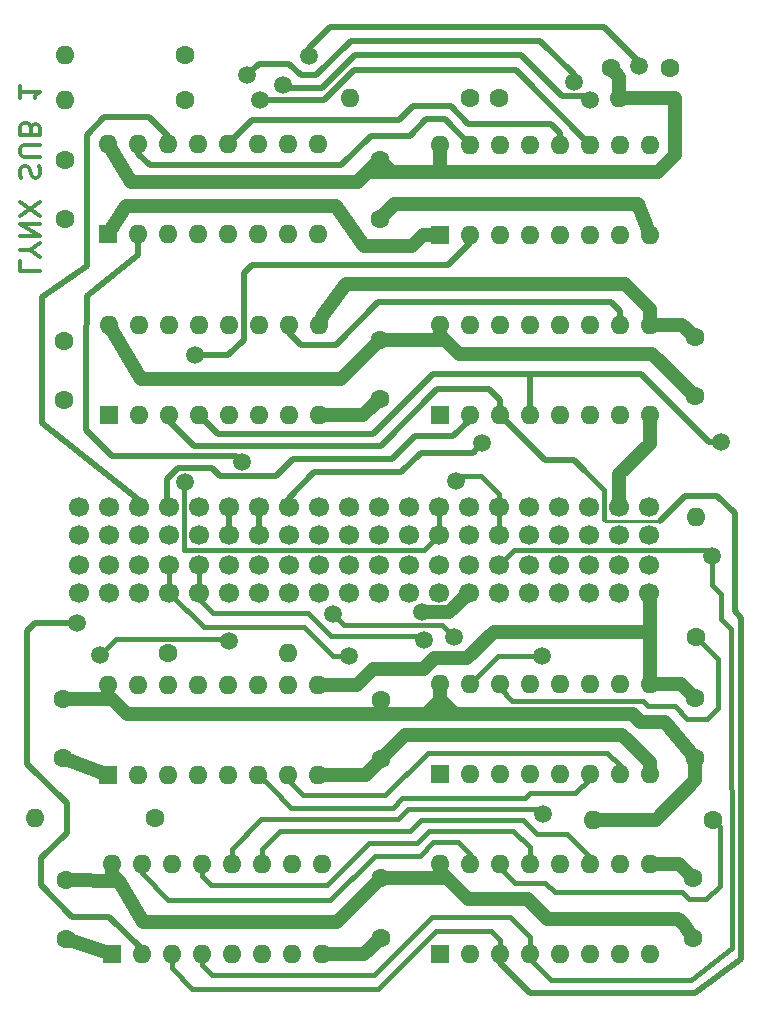
<source format=gbr>
%TF.GenerationSoftware,KiCad,Pcbnew,7.0.7*%
%TF.CreationDate,2023-11-27T02:20:36+00:00*%
%TF.ProjectId,Lynx-MK1-MEM,4c796e78-2d4d-44b3-912d-4d454d2e6b69,rev?*%
%TF.SameCoordinates,Original*%
%TF.FileFunction,Copper,L2,Bot*%
%TF.FilePolarity,Positive*%
%FSLAX46Y46*%
G04 Gerber Fmt 4.6, Leading zero omitted, Abs format (unit mm)*
G04 Created by KiCad (PCBNEW 7.0.7) date 2023-11-27 02:20:36*
%MOMM*%
%LPD*%
G01*
G04 APERTURE LIST*
%ADD10C,0.340000*%
%TA.AperFunction,NonConductor*%
%ADD11C,0.340000*%
%TD*%
%TA.AperFunction,ComponentPad*%
%ADD12R,1.600000X1.600000*%
%TD*%
%TA.AperFunction,ComponentPad*%
%ADD13O,1.600000X1.600000*%
%TD*%
%TA.AperFunction,ComponentPad*%
%ADD14C,1.600000*%
%TD*%
%TA.AperFunction,ComponentPad*%
%ADD15C,1.700000*%
%TD*%
%TA.AperFunction,ViaPad*%
%ADD16C,1.500000*%
%TD*%
%TA.AperFunction,Conductor*%
%ADD17C,1.200000*%
%TD*%
%TA.AperFunction,Conductor*%
%ADD18C,0.500000*%
%TD*%
%TA.AperFunction,Conductor*%
%ADD19C,0.400000*%
%TD*%
%TA.AperFunction,Conductor*%
%ADD20C,0.250000*%
%TD*%
G04 APERTURE END LIST*
D10*
D11*
X76115726Y-80880601D02*
X76115726Y-81737744D01*
X76115726Y-81737744D02*
X77815726Y-81737744D01*
X76925250Y-79937744D02*
X76115726Y-79937744D01*
X77815726Y-80537744D02*
X76925250Y-79937744D01*
X76925250Y-79937744D02*
X77815726Y-79337744D01*
X76115726Y-78737744D02*
X77815726Y-78737744D01*
X77815726Y-78737744D02*
X76115726Y-77709173D01*
X76115726Y-77709173D02*
X77815726Y-77709173D01*
X77815726Y-77023459D02*
X76115726Y-75823459D01*
X77815726Y-75823459D02*
X76115726Y-77023459D01*
X76196679Y-73852029D02*
X76115726Y-73594887D01*
X76115726Y-73594887D02*
X76115726Y-73166315D01*
X76115726Y-73166315D02*
X76196679Y-72994887D01*
X76196679Y-72994887D02*
X76277631Y-72909172D01*
X76277631Y-72909172D02*
X76439536Y-72823458D01*
X76439536Y-72823458D02*
X76601440Y-72823458D01*
X76601440Y-72823458D02*
X76763345Y-72909172D01*
X76763345Y-72909172D02*
X76844298Y-72994887D01*
X76844298Y-72994887D02*
X76925250Y-73166315D01*
X76925250Y-73166315D02*
X77006202Y-73509172D01*
X77006202Y-73509172D02*
X77087155Y-73680601D01*
X77087155Y-73680601D02*
X77168107Y-73766315D01*
X77168107Y-73766315D02*
X77330012Y-73852029D01*
X77330012Y-73852029D02*
X77491917Y-73852029D01*
X77491917Y-73852029D02*
X77653821Y-73766315D01*
X77653821Y-73766315D02*
X77734774Y-73680601D01*
X77734774Y-73680601D02*
X77815726Y-73509172D01*
X77815726Y-73509172D02*
X77815726Y-73080601D01*
X77815726Y-73080601D02*
X77734774Y-72823458D01*
X77815726Y-72052029D02*
X76439536Y-72052029D01*
X76439536Y-72052029D02*
X76277631Y-71966315D01*
X76277631Y-71966315D02*
X76196679Y-71880601D01*
X76196679Y-71880601D02*
X76115726Y-71709172D01*
X76115726Y-71709172D02*
X76115726Y-71366315D01*
X76115726Y-71366315D02*
X76196679Y-71194886D01*
X76196679Y-71194886D02*
X76277631Y-71109172D01*
X76277631Y-71109172D02*
X76439536Y-71023458D01*
X76439536Y-71023458D02*
X77815726Y-71023458D01*
X77006202Y-69566315D02*
X76925250Y-69309172D01*
X76925250Y-69309172D02*
X76844298Y-69223458D01*
X76844298Y-69223458D02*
X76682393Y-69137744D01*
X76682393Y-69137744D02*
X76439536Y-69137744D01*
X76439536Y-69137744D02*
X76277631Y-69223458D01*
X76277631Y-69223458D02*
X76196679Y-69309172D01*
X76196679Y-69309172D02*
X76115726Y-69480601D01*
X76115726Y-69480601D02*
X76115726Y-70166315D01*
X76115726Y-70166315D02*
X77815726Y-70166315D01*
X77815726Y-70166315D02*
X77815726Y-69566315D01*
X77815726Y-69566315D02*
X77734774Y-69394887D01*
X77734774Y-69394887D02*
X77653821Y-69309172D01*
X77653821Y-69309172D02*
X77491917Y-69223458D01*
X77491917Y-69223458D02*
X77330012Y-69223458D01*
X77330012Y-69223458D02*
X77168107Y-69309172D01*
X77168107Y-69309172D02*
X77087155Y-69394887D01*
X77087155Y-69394887D02*
X77006202Y-69566315D01*
X77006202Y-69566315D02*
X77006202Y-70166315D01*
X76115726Y-66052029D02*
X76115726Y-67080600D01*
X76115726Y-66566315D02*
X77815726Y-66566315D01*
X77815726Y-66566315D02*
X77572869Y-66737743D01*
X77572869Y-66737743D02*
X77410964Y-66909172D01*
X77410964Y-66909172D02*
X77330012Y-67080600D01*
D12*
%TO.P,IC1,1,VBB*%
%TO.N,-5V*%
X83560000Y-78580000D03*
D13*
%TO.P,IC1,2,Din*%
%TO.N,/DI6*%
X86100000Y-78580000D03*
%TO.P,IC1,3,~{WRITE}*%
%TO.N,~{WR}*%
X88640000Y-78580000D03*
%TO.P,IC1,4,~{RAS}*%
%TO.N,~{RAS}*%
X91180000Y-78580000D03*
%TO.P,IC1,5,A0*%
%TO.N,/A5*%
X93720000Y-78580000D03*
%TO.P,IC1,6,A2*%
%TO.N,/A2*%
X96260000Y-78580000D03*
%TO.P,IC1,7,A1*%
%TO.N,/A0*%
X98800000Y-78580000D03*
%TO.P,IC1,8,VCC*%
%TO.N,+12V*%
X101340000Y-78580000D03*
%TO.P,IC1,9,A7*%
%TO.N,+5V*%
X101340000Y-70960000D03*
%TO.P,IC1,10,A5*%
%TO.N,/A1*%
X98800000Y-70960000D03*
%TO.P,IC1,11,A4*%
%TO.N,/A4*%
X96260000Y-70960000D03*
%TO.P,IC1,12,A3*%
%TO.N,/A3*%
X93720000Y-70960000D03*
%TO.P,IC1,13,A6*%
%TO.N,/A6*%
X91180000Y-70960000D03*
%TO.P,IC1,14,Dout*%
%TO.N,/DO6*%
X88640000Y-70960000D03*
%TO.P,IC1,15,~{CAS}*%
%TO.N,~{CAS}*%
X86100000Y-70960000D03*
%TO.P,IC1,16,GND*%
%TO.N,GND*%
X83560000Y-70960000D03*
%TD*%
D14*
%TO.P,C6,1*%
%TO.N,+12V*%
X106680000Y-123023000D03*
%TO.P,C6,2*%
%TO.N,GND*%
X106680000Y-118023000D03*
%TD*%
D15*
%TO.P,PL4,1,Pin_1*%
%TO.N,/DO0*%
X81090000Y-108950000D03*
X81090000Y-106570000D03*
%TO.P,PL4,2,Pin_2*%
%TO.N,/DI0*%
X81090000Y-104030000D03*
X81090000Y-101650000D03*
%TO.P,PL4,3,Pin_3*%
%TO.N,/DO5*%
X83630000Y-108950000D03*
X83630000Y-106570000D03*
%TO.P,PL4,4,Pin_4*%
%TO.N,unconnected-(PL4-Pin_4-Pad4)*%
X83630000Y-104030000D03*
X83630000Y-101650000D03*
%TO.P,PL4,5,Pin_5*%
%TO.N,/DO7*%
X86170000Y-108950000D03*
X86170000Y-106570000D03*
%TO.P,PL4,6,Pin_6*%
%TO.N,/DO6*%
X86170000Y-104030000D03*
X86170000Y-101650000D03*
%TO.P,PL4,7,Pin_7*%
%TO.N,/DI2*%
X88710000Y-108950000D03*
X88710000Y-106570000D03*
%TO.P,PL4,8,Pin_8*%
%TO.N,/DI1*%
X88710000Y-104030000D03*
X88710000Y-101650000D03*
%TO.P,PL4,9,Pin_9*%
%TO.N,/DI4*%
X91250000Y-108950000D03*
X91250000Y-106570000D03*
%TO.P,PL4,10,Pin_10*%
%TO.N,/DI3*%
X91250000Y-104030000D03*
X91250000Y-101650000D03*
%TO.P,PL4,11,Pin_11*%
%TO.N,/DI5*%
X93790000Y-108950000D03*
X93790000Y-106570000D03*
%TO.P,PL4,12,Pin_12*%
%TO.N,/DI6*%
X93790000Y-104030000D03*
X93790000Y-101650000D03*
%TO.P,PL4,13,Pin_13*%
%TO.N,unconnected-(PL4-Pin_13-Pad13)*%
X96330000Y-108950000D03*
X96330000Y-106570000D03*
%TO.P,PL4,14,Pin_14*%
%TO.N,/DI7*%
X96330000Y-104030000D03*
X96330000Y-101650000D03*
%TO.P,PL4,15,Pin_15*%
%TO.N,unconnected-(PL4-Pin_15-Pad15)*%
X98870000Y-108950000D03*
X98870000Y-106570000D03*
%TO.P,PL4,16,Pin_16*%
%TO.N,/DO1*%
X98870000Y-104030000D03*
X98870000Y-101650000D03*
%TO.P,PL4,17,Pin_17*%
%TO.N,/DO3*%
X101410000Y-108950000D03*
X101410000Y-106570000D03*
%TO.P,PL4,18,Pin_18*%
%TO.N,/DO4*%
X101410000Y-104030000D03*
X101410000Y-101650000D03*
%TO.P,PL4,19,Pin_19*%
%TO.N,unconnected-(PL4-Pin_19-Pad19)*%
X103950000Y-108950000D03*
X103950000Y-106570000D03*
%TO.P,PL4,20,Pin_20*%
%TO.N,unconnected-(PL4-Pin_20-Pad20)*%
X103950000Y-104030000D03*
X103950000Y-101650000D03*
%TO.P,PL4,21,Pin_21*%
%TO.N,unconnected-(PL4-Pin_21-Pad21)*%
X106490000Y-108950000D03*
X106490000Y-106570000D03*
%TO.P,PL4,22,Pin_22*%
%TO.N,unconnected-(PL4-Pin_22-Pad22)*%
X106490000Y-104030000D03*
X106490000Y-101650000D03*
%TO.P,PL4,23,Pin_23*%
%TO.N,GND*%
X109030000Y-108950000D03*
X109030000Y-106570000D03*
%TO.P,PL4,24,Pin_24*%
X109030000Y-104030000D03*
X109030000Y-101650000D03*
%TO.P,PL4,25,Pin_25*%
%TO.N,/DO2*%
X111570000Y-108950000D03*
X111570000Y-106570000D03*
%TO.P,PL4,26,Pin_26*%
%TO.N,~{WR}*%
X111570000Y-104030000D03*
X111570000Y-101650000D03*
%TO.P,PL4,27,Pin_27*%
%TO.N,-5V*%
X114110000Y-108950000D03*
X114110000Y-106570000D03*
%TO.P,PL4,28,Pin_28*%
%TO.N,/A6*%
X114110000Y-104030000D03*
X114110000Y-101650000D03*
%TO.P,PL4,29,Pin_29*%
%TO.N,~{RAS}*%
X116650000Y-108950000D03*
X116650000Y-106570000D03*
%TO.P,PL4,30,Pin_30*%
%TO.N,~{CAS}*%
X116650000Y-104030000D03*
X116650000Y-101650000D03*
%TO.P,PL4,31,Pin_31*%
%TO.N,/A3*%
X119190000Y-108950000D03*
X119190000Y-106570000D03*
%TO.P,PL4,32,Pin_32*%
%TO.N,/A5*%
X119190000Y-104030000D03*
X119190000Y-101650000D03*
%TO.P,PL4,33,Pin_33*%
%TO.N,/A4*%
X121730000Y-108950000D03*
X121730000Y-106570000D03*
%TO.P,PL4,34,Pin_34*%
%TO.N,/A2*%
X121730000Y-104030000D03*
X121730000Y-101650000D03*
%TO.P,PL4,35,Pin_35*%
%TO.N,/A1*%
X124270000Y-108950000D03*
X124270000Y-106570000D03*
%TO.P,PL4,36,Pin_36*%
%TO.N,/A0*%
X124270000Y-104030000D03*
X124270000Y-101650000D03*
%TO.P,PL4,37,Pin_37*%
%TO.N,+12V*%
X126810000Y-108950000D03*
X126810000Y-106570000D03*
%TO.P,PL4,38,Pin_38*%
X126810000Y-104030000D03*
X126810000Y-101650000D03*
%TO.P,PL4,39,Pin_39*%
%TO.N,+5V*%
X129350000Y-108950000D03*
X129350000Y-106570000D03*
%TO.P,PL4,40,Pin_40*%
X129350000Y-104030000D03*
X129350000Y-101650000D03*
%TD*%
D14*
%TO.P,C7,1*%
%TO.N,+12V*%
X106553000Y-92543000D03*
%TO.P,C7,2*%
%TO.N,GND*%
X106553000Y-87543000D03*
%TD*%
%TO.P,C1,1*%
%TO.N,-5V*%
X80010000Y-138263000D03*
%TO.P,C1,2*%
%TO.N,GND*%
X80010000Y-133263000D03*
%TD*%
D12*
%TO.P,IC2,1,VBB*%
%TO.N,-5V*%
X111668425Y-78613000D03*
D13*
%TO.P,IC2,2,Din*%
%TO.N,/DI3*%
X114208425Y-78613000D03*
%TO.P,IC2,3,~{WRITE}*%
%TO.N,~{WR}*%
X116748425Y-78613000D03*
%TO.P,IC2,4,~{RAS}*%
%TO.N,~{RAS}*%
X119288425Y-78613000D03*
%TO.P,IC2,5,A0*%
%TO.N,/A5*%
X121828425Y-78613000D03*
%TO.P,IC2,6,A2*%
%TO.N,/A2*%
X124368425Y-78613000D03*
%TO.P,IC2,7,A1*%
%TO.N,/A0*%
X126908425Y-78613000D03*
%TO.P,IC2,8,VCC*%
%TO.N,+12V*%
X129448425Y-78613000D03*
%TO.P,IC2,9,A7*%
%TO.N,+5V*%
X129448425Y-70993000D03*
%TO.P,IC2,10,A5*%
%TO.N,/A1*%
X126908425Y-70993000D03*
%TO.P,IC2,11,A4*%
%TO.N,/A4*%
X124368425Y-70993000D03*
%TO.P,IC2,12,A3*%
%TO.N,/A3*%
X121828425Y-70993000D03*
%TO.P,IC2,13,A6*%
%TO.N,/A6*%
X119288425Y-70993000D03*
%TO.P,IC2,14,Dout*%
%TO.N,/DO3*%
X116748425Y-70993000D03*
%TO.P,IC2,15,~{CAS}*%
%TO.N,~{CAS}*%
X114208425Y-70993000D03*
%TO.P,IC2,16,GND*%
%TO.N,GND*%
X111668425Y-70993000D03*
%TD*%
D14*
%TO.P,R6,1*%
%TO.N,/DO5*%
X88650000Y-114050000D03*
D13*
%TO.P,R6,2*%
%TO.N,GND*%
X98810000Y-114050000D03*
%TD*%
D14*
%TO.P,C9,1*%
%TO.N,+5V*%
X133096000Y-133136000D03*
%TO.P,C9,2*%
%TO.N,GND*%
X133096000Y-138136000D03*
%TD*%
%TO.P,R8,1*%
%TO.N,/DO2*%
X134767000Y-128143000D03*
D13*
%TO.P,R8,2*%
%TO.N,GND*%
X124607000Y-128143000D03*
%TD*%
D14*
%TO.P,C11,1*%
%TO.N,+5V*%
X133223000Y-87289000D03*
%TO.P,C11,2*%
%TO.N,GND*%
X133223000Y-92289000D03*
%TD*%
D12*
%TO.P,IC5,1,VBB*%
%TO.N,-5V*%
X83566000Y-124333000D03*
D13*
%TO.P,IC5,2,Din*%
%TO.N,/DI5*%
X86106000Y-124333000D03*
%TO.P,IC5,3,~{WRITE}*%
%TO.N,~{WR}*%
X88646000Y-124333000D03*
%TO.P,IC5,4,~{RAS}*%
%TO.N,~{RAS}*%
X91186000Y-124333000D03*
%TO.P,IC5,5,A0*%
%TO.N,/A5*%
X93726000Y-124333000D03*
%TO.P,IC5,6,A2*%
%TO.N,/A2*%
X96266000Y-124333000D03*
%TO.P,IC5,7,A1*%
%TO.N,/A0*%
X98806000Y-124333000D03*
%TO.P,IC5,8,VCC*%
%TO.N,+12V*%
X101346000Y-124333000D03*
%TO.P,IC5,9,A7*%
%TO.N,+5V*%
X101346000Y-116713000D03*
%TO.P,IC5,10,A5*%
%TO.N,/A1*%
X98806000Y-116713000D03*
%TO.P,IC5,11,A4*%
%TO.N,/A4*%
X96266000Y-116713000D03*
%TO.P,IC5,12,A3*%
%TO.N,/A3*%
X93726000Y-116713000D03*
%TO.P,IC5,13,A6*%
%TO.N,/A6*%
X91186000Y-116713000D03*
%TO.P,IC5,14,Dout*%
%TO.N,/DO5*%
X88646000Y-116713000D03*
%TO.P,IC5,15,~{CAS}*%
%TO.N,~{CAS}*%
X86106000Y-116713000D03*
%TO.P,IC5,16,GND*%
%TO.N,GND*%
X83566000Y-116713000D03*
%TD*%
D14*
%TO.P,C8,1*%
%TO.N,+12V*%
X106553000Y-77303000D03*
%TO.P,C8,2*%
%TO.N,GND*%
X106553000Y-72303000D03*
%TD*%
%TO.P,R1,1*%
%TO.N,/DO6*%
X90063000Y-63373000D03*
D13*
%TO.P,R1,2*%
%TO.N,GND*%
X79903000Y-63373000D03*
%TD*%
D14*
%TO.P,C12,1*%
%TO.N,+5V*%
X131150000Y-64550000D03*
%TO.P,C12,2*%
%TO.N,GND*%
X126150000Y-64550000D03*
%TD*%
%TO.P,C4,1*%
%TO.N,-5V*%
X79883000Y-77303000D03*
%TO.P,C4,2*%
%TO.N,GND*%
X79883000Y-72303000D03*
%TD*%
D12*
%TO.P,IC3,1,VBB*%
%TO.N,-5V*%
X83667600Y-93929200D03*
D13*
%TO.P,IC3,2,Din*%
%TO.N,/DI0*%
X86207600Y-93929200D03*
%TO.P,IC3,3,~{WRITE}*%
%TO.N,~{WR}*%
X88747600Y-93929200D03*
%TO.P,IC3,4,~{RAS}*%
%TO.N,~{RAS}*%
X91287600Y-93929200D03*
%TO.P,IC3,5,A0*%
%TO.N,/A5*%
X93827600Y-93929200D03*
%TO.P,IC3,6,A2*%
%TO.N,/A2*%
X96367600Y-93929200D03*
%TO.P,IC3,7,A1*%
%TO.N,/A0*%
X98907600Y-93929200D03*
%TO.P,IC3,8,VCC*%
%TO.N,+12V*%
X101447600Y-93929200D03*
%TO.P,IC3,9,A7*%
%TO.N,+5V*%
X101447600Y-86309200D03*
%TO.P,IC3,10,A5*%
%TO.N,/A1*%
X98907600Y-86309200D03*
%TO.P,IC3,11,A4*%
%TO.N,/A4*%
X96367600Y-86309200D03*
%TO.P,IC3,12,A3*%
%TO.N,/A3*%
X93827600Y-86309200D03*
%TO.P,IC3,13,A6*%
%TO.N,/A6*%
X91287600Y-86309200D03*
%TO.P,IC3,14,Dout*%
%TO.N,/DO0*%
X88747600Y-86309200D03*
%TO.P,IC3,15,~{CAS}*%
%TO.N,~{CAS}*%
X86207600Y-86309200D03*
%TO.P,IC3,16,GND*%
%TO.N,GND*%
X83667600Y-86309200D03*
%TD*%
D14*
%TO.P,C3,1*%
%TO.N,-5V*%
X79790000Y-92590000D03*
%TO.P,C3,2*%
%TO.N,GND*%
X79790000Y-87590000D03*
%TD*%
%TO.P,C5,1*%
%TO.N,+12V*%
X106680000Y-138136000D03*
%TO.P,C5,2*%
%TO.N,GND*%
X106680000Y-133136000D03*
%TD*%
D12*
%TO.P,IC7,1,VBB*%
%TO.N,-5V*%
X83855425Y-139563000D03*
D13*
%TO.P,IC7,2,Din*%
%TO.N,/DI7*%
X86395425Y-139563000D03*
%TO.P,IC7,3,~{WRITE}*%
%TO.N,~{WR}*%
X88935425Y-139563000D03*
%TO.P,IC7,4,~{RAS}*%
%TO.N,~{RAS}*%
X91475425Y-139563000D03*
%TO.P,IC7,5,A0*%
%TO.N,/A5*%
X94015425Y-139563000D03*
%TO.P,IC7,6,A2*%
%TO.N,/A2*%
X96555425Y-139563000D03*
%TO.P,IC7,7,A1*%
%TO.N,/A0*%
X99095425Y-139563000D03*
%TO.P,IC7,8,VCC*%
%TO.N,+12V*%
X101635425Y-139563000D03*
%TO.P,IC7,9,A7*%
%TO.N,+5V*%
X101635425Y-131943000D03*
%TO.P,IC7,10,A5*%
%TO.N,/A1*%
X99095425Y-131943000D03*
%TO.P,IC7,11,A4*%
%TO.N,/A4*%
X96555425Y-131943000D03*
%TO.P,IC7,12,A3*%
%TO.N,/A3*%
X94015425Y-131943000D03*
%TO.P,IC7,13,A6*%
%TO.N,/A6*%
X91475425Y-131943000D03*
%TO.P,IC7,14,Dout*%
%TO.N,/DO7*%
X88935425Y-131943000D03*
%TO.P,IC7,15,~{CAS}*%
%TO.N,~{CAS}*%
X86395425Y-131943000D03*
%TO.P,IC7,16,GND*%
%TO.N,GND*%
X83855425Y-131943000D03*
%TD*%
D12*
%TO.P,IC6,1,VBB*%
%TO.N,-5V*%
X111633000Y-124323000D03*
D13*
%TO.P,IC6,2,Din*%
%TO.N,/DI4*%
X114173000Y-124323000D03*
%TO.P,IC6,3,~{WRITE}*%
%TO.N,~{WR}*%
X116713000Y-124323000D03*
%TO.P,IC6,4,~{RAS}*%
%TO.N,~{RAS}*%
X119253000Y-124323000D03*
%TO.P,IC6,5,A0*%
%TO.N,/A5*%
X121793000Y-124323000D03*
%TO.P,IC6,6,A2*%
%TO.N,/A2*%
X124333000Y-124323000D03*
%TO.P,IC6,7,A1*%
%TO.N,/A0*%
X126873000Y-124323000D03*
%TO.P,IC6,8,VCC*%
%TO.N,+12V*%
X129413000Y-124323000D03*
%TO.P,IC6,9,A7*%
%TO.N,+5V*%
X129413000Y-116703000D03*
%TO.P,IC6,10,A5*%
%TO.N,/A1*%
X126873000Y-116703000D03*
%TO.P,IC6,11,A4*%
%TO.N,/A4*%
X124333000Y-116703000D03*
%TO.P,IC6,12,A3*%
%TO.N,/A3*%
X121793000Y-116703000D03*
%TO.P,IC6,13,A6*%
%TO.N,/A6*%
X119253000Y-116703000D03*
%TO.P,IC6,14,Dout*%
%TO.N,/DO4*%
X116713000Y-116703000D03*
%TO.P,IC6,15,~{CAS}*%
%TO.N,~{CAS}*%
X114173000Y-116703000D03*
%TO.P,IC6,16,GND*%
%TO.N,GND*%
X111633000Y-116703000D03*
%TD*%
D14*
%TO.P,R5,1*%
%TO.N,/DO4*%
X133350000Y-112669000D03*
D13*
%TO.P,R5,2*%
%TO.N,GND*%
X133350000Y-102509000D03*
%TD*%
D14*
%TO.P,C2,1*%
%TO.N,-5V*%
X79770000Y-122970000D03*
%TO.P,C2,2*%
%TO.N,GND*%
X79770000Y-117970000D03*
%TD*%
D12*
%TO.P,IC4,1,VBB*%
%TO.N,-5V*%
X111633000Y-93853000D03*
D13*
%TO.P,IC4,2,Din*%
%TO.N,/DI1*%
X114173000Y-93853000D03*
%TO.P,IC4,3,~{WRITE}*%
%TO.N,~{WR}*%
X116713000Y-93853000D03*
%TO.P,IC4,4,~{RAS}*%
%TO.N,~{RAS}*%
X119253000Y-93853000D03*
%TO.P,IC4,5,A0*%
%TO.N,/A5*%
X121793000Y-93853000D03*
%TO.P,IC4,6,A2*%
%TO.N,/A2*%
X124333000Y-93853000D03*
%TO.P,IC4,7,A1*%
%TO.N,/A0*%
X126873000Y-93853000D03*
%TO.P,IC4,8,VCC*%
%TO.N,+12V*%
X129413000Y-93853000D03*
%TO.P,IC4,9,A7*%
%TO.N,+5V*%
X129413000Y-86233000D03*
%TO.P,IC4,10,A5*%
%TO.N,/A1*%
X126873000Y-86233000D03*
%TO.P,IC4,11,A4*%
%TO.N,/A4*%
X124333000Y-86233000D03*
%TO.P,IC4,12,A3*%
%TO.N,/A3*%
X121793000Y-86233000D03*
%TO.P,IC4,13,A6*%
%TO.N,/A6*%
X119253000Y-86233000D03*
%TO.P,IC4,14,Dout*%
%TO.N,/DO1*%
X116713000Y-86233000D03*
%TO.P,IC4,15,~{CAS}*%
%TO.N,~{CAS}*%
X114173000Y-86233000D03*
%TO.P,IC4,16,GND*%
%TO.N,GND*%
X111633000Y-86233000D03*
%TD*%
D12*
%TO.P,IC8,1,VBB*%
%TO.N,-5V*%
X111668425Y-139563000D03*
D13*
%TO.P,IC8,2,Din*%
%TO.N,/DI2*%
X114208425Y-139563000D03*
%TO.P,IC8,3,~{WRITE}*%
%TO.N,~{WR}*%
X116748425Y-139563000D03*
%TO.P,IC8,4,~{RAS}*%
%TO.N,~{RAS}*%
X119288425Y-139563000D03*
%TO.P,IC8,5,A0*%
%TO.N,/A5*%
X121828425Y-139563000D03*
%TO.P,IC8,6,A2*%
%TO.N,/A2*%
X124368425Y-139563000D03*
%TO.P,IC8,7,A1*%
%TO.N,/A0*%
X126908425Y-139563000D03*
%TO.P,IC8,8,VCC*%
%TO.N,+12V*%
X129448425Y-139563000D03*
%TO.P,IC8,9,A7*%
%TO.N,+5V*%
X129448425Y-131943000D03*
%TO.P,IC8,10,A5*%
%TO.N,/A1*%
X126908425Y-131943000D03*
%TO.P,IC8,11,A4*%
%TO.N,/A4*%
X124368425Y-131943000D03*
%TO.P,IC8,12,A3*%
%TO.N,/A3*%
X121828425Y-131943000D03*
%TO.P,IC8,13,A6*%
%TO.N,/A6*%
X119288425Y-131943000D03*
%TO.P,IC8,14,Dout*%
%TO.N,/DO2*%
X116748425Y-131943000D03*
%TO.P,IC8,15,~{CAS}*%
%TO.N,~{CAS}*%
X114208425Y-131943000D03*
%TO.P,IC8,16,GND*%
%TO.N,GND*%
X111668425Y-131943000D03*
%TD*%
D14*
%TO.P,R3,1*%
%TO.N,/DO3*%
X114160000Y-67056000D03*
D13*
%TO.P,R3,2*%
%TO.N,GND*%
X104000000Y-67056000D03*
%TD*%
D14*
%TO.P,C10,1*%
%TO.N,+5V*%
X133223000Y-117896000D03*
%TO.P,C10,2*%
%TO.N,GND*%
X133223000Y-122896000D03*
%TD*%
%TO.P,R7,1*%
%TO.N,/DO7*%
X87523000Y-128016000D03*
D13*
%TO.P,R7,2*%
%TO.N,GND*%
X77363000Y-128016000D03*
%TD*%
D14*
%TO.P,R4,1*%
%TO.N,/DO1*%
X116693000Y-67056000D03*
D13*
%TO.P,R4,2*%
%TO.N,GND*%
X126853000Y-67056000D03*
%TD*%
D14*
%TO.P,R2,1*%
%TO.N,/DO0*%
X90063000Y-67183000D03*
D13*
%TO.P,R2,2*%
%TO.N,GND*%
X79903000Y-67183000D03*
%TD*%
D16*
%TO.N,-5V*%
X110150000Y-110550000D03*
%TO.N,/DI7*%
X80950000Y-111500000D03*
%TO.N,~{WR}*%
X90083175Y-99549500D03*
%TO.N,~{RAS}*%
X134720000Y-105820000D03*
X135420000Y-96210000D03*
%TO.N,/A0*%
X128510000Y-64340000D03*
X100590000Y-63480000D03*
%TO.N,/A2*%
X98330000Y-65990000D03*
X124320000Y-67230000D03*
%TO.N,/A5*%
X122970000Y-65660000D03*
X95350000Y-65090000D03*
%TO.N,/A4*%
X96460000Y-67240000D03*
%TO.N,/A3*%
X120380000Y-127650000D03*
%TO.N,~{CAS}*%
X113010000Y-99490000D03*
X120300000Y-114320000D03*
%TO.N,/DI6*%
X94900000Y-97850500D03*
%TO.N,/DI5*%
X82850000Y-114250000D03*
X93800000Y-113029500D03*
%TO.N,/DI4*%
X110300000Y-112960000D03*
%TO.N,/DO4*%
X112870000Y-112730000D03*
X102620000Y-110770000D03*
%TO.N,/DI3*%
X90890000Y-88850000D03*
%TO.N,/DI2*%
X103990000Y-114340000D03*
%TO.N,/DO1*%
X115250000Y-96290000D03*
%TD*%
D17*
%TO.N,-5V*%
X110237000Y-78613000D02*
X109270000Y-79580000D01*
X102840000Y-76190000D02*
X85050000Y-76240000D01*
X109270000Y-79580000D02*
X105190000Y-79600000D01*
X111668425Y-78613000D02*
X110237000Y-78613000D01*
X85050000Y-76240000D02*
X83560000Y-78580000D01*
X80010000Y-138263000D02*
X83855425Y-139563000D01*
X114110000Y-108950000D02*
X112460000Y-110600000D01*
X110200000Y-110600000D02*
X110150000Y-110550000D01*
X105190000Y-79600000D02*
X102840000Y-76190000D01*
X112460000Y-110600000D02*
X110200000Y-110600000D01*
X79770000Y-122970000D02*
X83566000Y-124333000D01*
%TO.N,GND*%
X84720000Y-88140000D02*
X86310000Y-90830000D01*
X131550000Y-67056000D02*
X131550000Y-71890000D01*
X86550000Y-136820000D02*
X102976000Y-136840000D01*
X131550000Y-71890000D02*
X130090000Y-73350000D01*
X84450000Y-133310000D02*
X86550000Y-136820000D01*
X79770000Y-117970000D02*
X83900000Y-117970000D01*
X129624000Y-88690000D02*
X133223000Y-92289000D01*
X120760000Y-136560000D02*
X131840000Y-136560000D01*
X111633000Y-117923000D02*
X112930000Y-119220000D01*
X111633000Y-118047000D02*
X110460000Y-119220000D01*
X124607000Y-128143000D02*
X129917000Y-128143000D01*
X130090000Y-73350000D02*
X111710000Y-73340000D01*
X107590000Y-73340000D02*
X106553000Y-72303000D01*
X106553000Y-87543000D02*
X112093000Y-87543000D01*
X132220000Y-136940000D02*
X133096000Y-138136000D01*
X131840000Y-136560000D02*
X132220000Y-136940000D01*
X85540000Y-74150000D02*
X104706000Y-74150000D01*
X112266000Y-133136000D02*
X114030000Y-134900000D01*
X119100000Y-134900000D02*
X120760000Y-136560000D01*
X111633000Y-116703000D02*
X111633000Y-117923000D01*
X104706000Y-74150000D02*
X105438000Y-73418000D01*
X111668425Y-73298425D02*
X111710000Y-73340000D01*
X83855425Y-131943000D02*
X83855425Y-132715425D01*
X111668425Y-131943000D02*
X111668425Y-132538425D01*
X128590000Y-119850000D02*
X130690000Y-119920000D01*
X83560000Y-70960000D02*
X85540000Y-74150000D01*
X133223000Y-124837000D02*
X133223000Y-122896000D01*
X102976000Y-136840000D02*
X106680000Y-133136000D01*
X111710000Y-73340000D02*
X107590000Y-73340000D01*
X111668425Y-132538425D02*
X112266000Y-133136000D01*
X106680000Y-118023000D02*
X106680000Y-119200000D01*
X114030000Y-134900000D02*
X119100000Y-134900000D01*
X83900000Y-117970000D02*
X85150000Y-119220000D01*
X131550000Y-67056000D02*
X126853000Y-67056000D01*
X107590000Y-73340000D02*
X105516000Y-73340000D01*
X126853000Y-67056000D02*
X126853000Y-65253000D01*
X127960000Y-119220000D02*
X128590000Y-119850000D01*
X106700000Y-119220000D02*
X110460000Y-119220000D01*
X83667600Y-86309200D02*
X84720000Y-88140000D01*
X80010000Y-133263000D02*
X84450000Y-133310000D01*
X126853000Y-65253000D02*
X126150000Y-64550000D01*
X83855425Y-132715425D02*
X84450000Y-133310000D01*
X111633000Y-87083000D02*
X112093000Y-87543000D01*
X112093000Y-87543000D02*
X113240000Y-88690000D01*
X85150000Y-119220000D02*
X106700000Y-119220000D01*
X129917000Y-128143000D02*
X133223000Y-124837000D01*
X105516000Y-73340000D02*
X105438000Y-73418000D01*
X111668425Y-70993000D02*
X111668425Y-73298425D01*
X130690000Y-119920000D02*
X133223000Y-122896000D01*
X103266000Y-90830000D02*
X106553000Y-87543000D01*
X110460000Y-119220000D02*
X112930000Y-119220000D01*
X112930000Y-119220000D02*
X127960000Y-119220000D01*
X113240000Y-88690000D02*
X129624000Y-88690000D01*
X111633000Y-116703000D02*
X111633000Y-118047000D01*
X106680000Y-119200000D02*
X106700000Y-119220000D01*
X111633000Y-86233000D02*
X111633000Y-87083000D01*
X86310000Y-90830000D02*
X103266000Y-90830000D01*
X105438000Y-73418000D02*
X106553000Y-72303000D01*
X106680000Y-133136000D02*
X112266000Y-133136000D01*
%TO.N,+12V*%
X129413000Y-96307000D02*
X126810000Y-98910000D01*
X128430000Y-76050000D02*
X129448425Y-78613000D01*
X101447600Y-93929200D02*
X105166800Y-93929200D01*
X106680000Y-123023000D02*
X108733000Y-120970000D01*
X101346000Y-124333000D02*
X105370000Y-124333000D01*
X129413000Y-93853000D02*
X129413000Y-96307000D01*
X106553000Y-77303000D02*
X107806000Y-76050000D01*
X101635425Y-139563000D02*
X105253000Y-139563000D01*
X107806000Y-76050000D02*
X128430000Y-76050000D01*
X108733000Y-120970000D02*
X127090000Y-120970000D01*
X105598000Y-93498000D02*
X106553000Y-92543000D01*
X105166800Y-93929200D02*
X105598000Y-93498000D01*
X105370000Y-124333000D02*
X106680000Y-123023000D01*
X126810000Y-98910000D02*
X126810000Y-101650000D01*
X105253000Y-139563000D02*
X106680000Y-138136000D01*
X127090000Y-120970000D02*
X129413000Y-123293000D01*
X129413000Y-123293000D02*
X129413000Y-124323000D01*
%TO.N,+5V*%
X127310000Y-82820000D02*
X129413000Y-84923000D01*
X129413000Y-112230000D02*
X129413000Y-109013000D01*
X101447600Y-86309200D02*
X101760000Y-85460000D01*
X132030000Y-116703000D02*
X133223000Y-117896000D01*
X129413000Y-116703000D02*
X132030000Y-116703000D01*
X132167000Y-86233000D02*
X133223000Y-87289000D01*
X129413000Y-112230000D02*
X116200000Y-112230000D01*
X103720000Y-82820000D02*
X127310000Y-82820000D01*
X116200000Y-112230000D02*
X113970000Y-114460000D01*
X110270000Y-115360000D02*
X105990000Y-115360000D01*
X129413000Y-109013000D02*
X129350000Y-108950000D01*
X129448425Y-131943000D02*
X131903000Y-131943000D01*
X131903000Y-131943000D02*
X133096000Y-133136000D01*
X101760000Y-85460000D02*
X103720000Y-82820000D01*
X105990000Y-115360000D02*
X104637000Y-116713000D01*
X113970000Y-114460000D02*
X111170000Y-114460000D01*
X129413000Y-86233000D02*
X132167000Y-86233000D01*
X104637000Y-116713000D02*
X101346000Y-116713000D01*
X129413000Y-116703000D02*
X129413000Y-112230000D01*
X129413000Y-84923000D02*
X129413000Y-86233000D01*
X111170000Y-114460000D02*
X110270000Y-115360000D01*
D18*
%TO.N,/DI7*%
X83650000Y-136390000D02*
X86395425Y-139135425D01*
X76700000Y-123400000D02*
X80040000Y-126740000D01*
X80040000Y-126740000D02*
X80040000Y-129250000D01*
X80540000Y-136390000D02*
X83650000Y-136390000D01*
X77860000Y-133710000D02*
X80540000Y-136390000D01*
X96330000Y-101650000D02*
X96330000Y-104030000D01*
X86395425Y-139135425D02*
X86395425Y-139563000D01*
X80040000Y-129250000D02*
X77860000Y-131430000D01*
X77400000Y-111500000D02*
X76700000Y-112200000D01*
X77860000Y-131430000D02*
X77860000Y-133710000D01*
X76700000Y-112200000D02*
X76700000Y-123400000D01*
X80950000Y-111500000D02*
X77400000Y-111500000D01*
D19*
%TO.N,~{WR}*%
X116748425Y-138348425D02*
X116748425Y-139563000D01*
X110300000Y-105300000D02*
X90500000Y-105300000D01*
D18*
X90820000Y-96480000D02*
X88747600Y-94407600D01*
X120580000Y-97720000D02*
X121580000Y-97720000D01*
D19*
X125520000Y-100250000D02*
X125520000Y-102670000D01*
X90700000Y-142480000D02*
X106420000Y-142480000D01*
D18*
X111430000Y-91690000D02*
X106640000Y-96480000D01*
X136600000Y-110460000D02*
X137180000Y-111040000D01*
D19*
X111570000Y-101650000D02*
X111570000Y-104030000D01*
X90500000Y-105300000D02*
X89950000Y-105300000D01*
D18*
X133280000Y-142790000D02*
X119290000Y-142810000D01*
D20*
X125700000Y-102850000D02*
X125520000Y-102670000D01*
D19*
X88935425Y-139563000D02*
X88935425Y-140715425D01*
D18*
X137180000Y-111040000D02*
X137120000Y-139930000D01*
D19*
X123940000Y-98670000D02*
X125520000Y-100250000D01*
D18*
X88747600Y-94407600D02*
X88747600Y-93929200D01*
X106640000Y-96480000D02*
X90820000Y-96480000D01*
X137120000Y-139930000D02*
X133280000Y-142790000D01*
D19*
X88935425Y-140715425D02*
X90700000Y-142480000D01*
D18*
X122990000Y-97720000D02*
X123940000Y-98670000D01*
D19*
X90083175Y-99549500D02*
X89960000Y-99672675D01*
D18*
X119290000Y-142810000D02*
X116748425Y-140268425D01*
X136600000Y-102210000D02*
X136600000Y-110460000D01*
X135115000Y-100725000D02*
X136600000Y-102210000D01*
D19*
X106420000Y-142480000D02*
X111310000Y-137590000D01*
D18*
X116713000Y-93853000D02*
X116713000Y-92623000D01*
D19*
X111310000Y-137590000D02*
X115990000Y-137590000D01*
D20*
X130250000Y-102850000D02*
X125700000Y-102850000D01*
D19*
X111570000Y-104030000D02*
X110300000Y-105300000D01*
X115990000Y-137590000D02*
X116748425Y-138348425D01*
D18*
X116713000Y-92623000D02*
X115780000Y-91690000D01*
X115780000Y-91690000D02*
X111430000Y-91690000D01*
X132375000Y-100725000D02*
X130250000Y-102850000D01*
X116748425Y-140268425D02*
X116748425Y-139563000D01*
X116713000Y-93853000D02*
X120580000Y-97720000D01*
X121580000Y-97720000D02*
X122990000Y-97720000D01*
D19*
X89960000Y-99672675D02*
X89960000Y-105290000D01*
D18*
X132375000Y-100725000D02*
X135115000Y-100725000D01*
D19*
%TO.N,~{RAS}*%
X119288425Y-139928425D02*
X119288425Y-139563000D01*
X136390000Y-139000000D02*
X132940000Y-141690000D01*
D18*
X134470000Y-96210000D02*
X135420000Y-96210000D01*
X92888400Y-95530000D02*
X106010000Y-95530000D01*
X111090000Y-90450000D02*
X119170000Y-90450000D01*
D19*
X92330000Y-141320000D02*
X91475425Y-140465425D01*
D18*
X119253000Y-93853000D02*
X119253000Y-90533000D01*
D19*
X135440000Y-111180000D02*
X136290000Y-112030000D01*
X135440000Y-109030000D02*
X135440000Y-111180000D01*
X132940000Y-141690000D02*
X121050000Y-141690000D01*
X116650000Y-108950000D02*
X116650000Y-108400000D01*
X91475425Y-140465425D02*
X91475425Y-139563000D01*
X117600000Y-136400000D02*
X110990000Y-136400000D01*
D18*
X119170000Y-90450000D02*
X128710000Y-90450000D01*
D19*
X117900000Y-105320000D02*
X116650000Y-106570000D01*
X136290000Y-112030000D02*
X136390000Y-139000000D01*
X106070000Y-141320000D02*
X92330000Y-141320000D01*
D18*
X128710000Y-90450000D02*
X134470000Y-96210000D01*
D19*
X119288425Y-139563000D02*
X119288425Y-138088425D01*
D18*
X119253000Y-90533000D02*
X119170000Y-90450000D01*
D19*
X134220000Y-105320000D02*
X117900000Y-105320000D01*
X134720000Y-108310000D02*
X135440000Y-109030000D01*
D18*
X106010000Y-95530000D02*
X111090000Y-90450000D01*
D19*
X134720000Y-105820000D02*
X134720000Y-108310000D01*
X119288425Y-138088425D02*
X117600000Y-136400000D01*
X121050000Y-141690000D02*
X119288425Y-139928425D01*
D18*
X91287600Y-93929200D02*
X92888400Y-95530000D01*
D19*
X110990000Y-136400000D02*
X106070000Y-141320000D01*
X134720000Y-105820000D02*
X134220000Y-105320000D01*
D18*
%TO.N,/A0*%
X125540000Y-61070000D02*
X128510000Y-64040000D01*
D19*
X110610000Y-122470000D02*
X125780000Y-122470000D01*
D18*
X102380000Y-61070000D02*
X125540000Y-61070000D01*
X100590000Y-63480000D02*
X100590000Y-62860000D01*
D19*
X125780000Y-122470000D02*
X126873000Y-123563000D01*
X100090000Y-126070000D02*
X107010000Y-126070000D01*
X98806000Y-124786000D02*
X100090000Y-126070000D01*
D18*
X100590000Y-62860000D02*
X102380000Y-61070000D01*
D19*
X107010000Y-126070000D02*
X110610000Y-122470000D01*
X98806000Y-124333000D02*
X98806000Y-124786000D01*
D18*
X128510000Y-64040000D02*
X128510000Y-64340000D01*
D19*
X126873000Y-123563000D02*
X126873000Y-124323000D01*
%TO.N,/A2*%
X108460000Y-126330000D02*
X107660000Y-127130000D01*
D18*
X124010000Y-66920000D02*
X124320000Y-67230000D01*
D19*
X124333000Y-124323000D02*
X124333000Y-124707000D01*
D18*
X118500000Y-63420000D02*
X122000000Y-66920000D01*
X122000000Y-66920000D02*
X124010000Y-66920000D01*
X104430000Y-63420000D02*
X118500000Y-63420000D01*
D19*
X97350000Y-125417000D02*
X96266000Y-124333000D01*
X124333000Y-124707000D02*
X123130000Y-125910000D01*
X99060000Y-127130000D02*
X97350000Y-125420000D01*
D18*
X98520000Y-66180000D02*
X101670000Y-66180000D01*
X98330000Y-65990000D02*
X98520000Y-66180000D01*
D19*
X119250000Y-125910000D02*
X118830000Y-126330000D01*
X107660000Y-127130000D02*
X99060000Y-127130000D01*
X118830000Y-126330000D02*
X108460000Y-126330000D01*
X123130000Y-125910000D02*
X119250000Y-125910000D01*
D18*
X101670000Y-66180000D02*
X104430000Y-63420000D01*
D19*
X97350000Y-125420000D02*
X97350000Y-125417000D01*
D18*
%TO.N,/A1*%
X99910000Y-87950000D02*
X102840000Y-87950000D01*
X98907600Y-86309200D02*
X98907600Y-86947600D01*
X98907600Y-86947600D02*
X99910000Y-87950000D01*
X102840000Y-87950000D02*
X106430000Y-84360000D01*
X126110000Y-84360000D02*
X126873000Y-85123000D01*
X126873000Y-85123000D02*
X126873000Y-86233000D01*
X106430000Y-84360000D02*
X126110000Y-84360000D01*
%TO.N,/A5*%
X104130000Y-62200000D02*
X101200000Y-65130000D01*
X96300000Y-64140000D02*
X95350000Y-65090000D01*
X122970000Y-65000000D02*
X120170000Y-62200000D01*
X101200000Y-65130000D02*
X99880000Y-65130000D01*
X99880000Y-65130000D02*
X98890000Y-64140000D01*
X98890000Y-64140000D02*
X96300000Y-64140000D01*
X120170000Y-62200000D02*
X104130000Y-62200000D01*
X122970000Y-65660000D02*
X122970000Y-65000000D01*
D19*
%TO.N,/A4*%
X96555425Y-130654575D02*
X98130000Y-129080000D01*
X119870000Y-129350000D02*
X122400000Y-129350000D01*
D18*
X104390000Y-64690000D02*
X118065425Y-64690000D01*
D19*
X109130000Y-129080000D02*
X110020000Y-128190000D01*
X122400000Y-129350000D02*
X124368425Y-131318425D01*
X124368425Y-131318425D02*
X124368425Y-131943000D01*
D18*
X96460000Y-67240000D02*
X101840000Y-67240000D01*
X101840000Y-67240000D02*
X104390000Y-64690000D01*
D19*
X110020000Y-128190000D02*
X118710000Y-128190000D01*
X98130000Y-129080000D02*
X109130000Y-129080000D01*
X118710000Y-128190000D02*
X119870000Y-129350000D01*
D18*
X118065425Y-64690000D02*
X124368425Y-70993000D01*
D19*
X96555425Y-131943000D02*
X96555425Y-130654575D01*
%TO.N,/A3*%
X108980000Y-127290000D02*
X120020000Y-127290000D01*
D18*
X108230000Y-68900000D02*
X95780000Y-68900000D01*
D19*
X108140000Y-128130000D02*
X108980000Y-127290000D01*
D18*
X121050000Y-69260000D02*
X114060000Y-69260000D01*
D19*
X94015425Y-130624575D02*
X96510000Y-128130000D01*
X94015425Y-131943000D02*
X94015425Y-130624575D01*
X120020000Y-127290000D02*
X120380000Y-127650000D01*
D18*
X121828425Y-70038425D02*
X121050000Y-69260000D01*
D19*
X96510000Y-128130000D02*
X108140000Y-128130000D01*
D18*
X95780000Y-68900000D02*
X93720000Y-70960000D01*
X114060000Y-69260000D02*
X112560000Y-67760000D01*
X109370000Y-67760000D02*
X108230000Y-68900000D01*
X112560000Y-67760000D02*
X109370000Y-67760000D01*
X121828425Y-70993000D02*
X121828425Y-70038425D01*
D19*
%TO.N,/A6*%
X92260000Y-133700000D02*
X91475425Y-132915425D01*
X102090000Y-133700000D02*
X92260000Y-133700000D01*
X117880000Y-129100000D02*
X110750000Y-129100000D01*
X110750000Y-129100000D02*
X109680000Y-130170000D01*
X119288425Y-130508425D02*
X117880000Y-129100000D01*
X119288425Y-131943000D02*
X119288425Y-130508425D01*
X105620000Y-130170000D02*
X102090000Y-133700000D01*
X91475425Y-132915425D02*
X91475425Y-131943000D01*
X109680000Y-130170000D02*
X105620000Y-130170000D01*
%TO.N,~{CAS}*%
X116650000Y-101650000D02*
X116650000Y-104030000D01*
X116650000Y-100550000D02*
X115160000Y-99060000D01*
X88660000Y-134960000D02*
X102370000Y-134960000D01*
D18*
X86100000Y-71780000D02*
X87070000Y-72750000D01*
D19*
X116650000Y-101650000D02*
X116650000Y-100550000D01*
X120300000Y-114320000D02*
X116550000Y-114320000D01*
X116550000Y-114320000D02*
X115060000Y-115810000D01*
D18*
X110490000Y-68850000D02*
X112065425Y-68850000D01*
X103290000Y-72750000D02*
X105790000Y-70250000D01*
D19*
X115060000Y-115816000D02*
X114173000Y-116703000D01*
X86395425Y-132695425D02*
X88660000Y-134960000D01*
X114208425Y-131078425D02*
X114208425Y-131943000D01*
X113440000Y-99060000D02*
X113010000Y-99490000D01*
D18*
X109090000Y-70250000D02*
X110490000Y-68850000D01*
X87070000Y-72750000D02*
X103290000Y-72750000D01*
X105790000Y-70250000D02*
X109090000Y-70250000D01*
D19*
X86395425Y-131943000D02*
X86395425Y-132695425D01*
X113190000Y-130060000D02*
X114208425Y-131078425D01*
X109970000Y-131190000D02*
X111100000Y-130060000D01*
X102370000Y-134960000D02*
X106140000Y-131190000D01*
X106140000Y-131190000D02*
X109970000Y-131190000D01*
X115060000Y-115810000D02*
X115060000Y-115816000D01*
X111100000Y-130060000D02*
X113190000Y-130060000D01*
X115160000Y-99060000D02*
X113440000Y-99060000D01*
D18*
X86100000Y-70960000D02*
X86100000Y-71780000D01*
X112065425Y-68850000D02*
X114208425Y-70993000D01*
%TO.N,/DI6*%
X93790000Y-101650000D02*
X93790000Y-104030000D01*
X83920000Y-97350000D02*
X81730000Y-95160000D01*
X94399500Y-97350000D02*
X83920000Y-97350000D01*
X86050000Y-80350000D02*
X86100000Y-78580000D01*
X84800000Y-81350000D02*
X86050000Y-80350000D01*
X81740000Y-83780000D02*
X84800000Y-81350000D01*
X81730000Y-88800000D02*
X81740000Y-83780000D01*
X94900000Y-97850500D02*
X94399500Y-97350000D01*
X81730000Y-95160000D02*
X81730000Y-88800000D01*
%TO.N,/DO6*%
X88640000Y-70240000D02*
X88640000Y-70960000D01*
X83250000Y-68660000D02*
X87060000Y-68660000D01*
X77930000Y-83910000D02*
X81740000Y-81250000D01*
X81750000Y-70160000D02*
X83250000Y-68660000D01*
X81740000Y-81250000D02*
X81750000Y-70160000D01*
X86170000Y-101110000D02*
X77960000Y-94570000D01*
X77960000Y-94570000D02*
X77930000Y-83910000D01*
X86170000Y-101650000D02*
X86170000Y-101110000D01*
X87060000Y-68660000D02*
X88640000Y-70240000D01*
D19*
%TO.N,/DI5*%
X84250000Y-112850000D02*
X93620500Y-112850000D01*
X82850000Y-114250000D02*
X84250000Y-112850000D01*
X93620500Y-112850000D02*
X93800000Y-113029500D01*
%TO.N,/DI4*%
X109960000Y-112620000D02*
X110300000Y-112960000D01*
X100480000Y-110650000D02*
X102450000Y-112620000D01*
X92450000Y-110650000D02*
X100480000Y-110650000D01*
X102450000Y-112620000D02*
X109960000Y-112620000D01*
X91250000Y-108950000D02*
X91250000Y-109450000D01*
X91250000Y-108950000D02*
X91250000Y-106570000D01*
X91250000Y-109450000D02*
X92450000Y-110650000D01*
%TO.N,/DO4*%
X103550000Y-111700000D02*
X111840000Y-111700000D01*
X135200000Y-114519000D02*
X133350000Y-112669000D01*
X116713000Y-116703000D02*
X116713000Y-117003000D01*
X132610000Y-119610000D02*
X134270000Y-119610000D01*
X129100000Y-118330000D02*
X129100000Y-118363578D01*
X129256422Y-118520000D02*
X131520000Y-118520000D01*
X129100000Y-118363578D02*
X129256422Y-118520000D01*
X102620000Y-110770000D02*
X103550000Y-111700000D01*
X111840000Y-111700000D02*
X112870000Y-112730000D01*
X131520000Y-118520000D02*
X132610000Y-119610000D01*
X128840000Y-118070000D02*
X129100000Y-118330000D01*
X117780000Y-118070000D02*
X128840000Y-118070000D01*
X135200000Y-118680000D02*
X135200000Y-114519000D01*
X116713000Y-117003000D02*
X117780000Y-118070000D01*
X134270000Y-119610000D02*
X135200000Y-118680000D01*
D18*
%TO.N,/DI3*%
X95077600Y-81882400D02*
X95077600Y-87512400D01*
X114208425Y-79371575D02*
X112370000Y-81210000D01*
X112370000Y-81210000D02*
X95750000Y-81210000D01*
X114208425Y-78613000D02*
X114208425Y-79371575D01*
X95077600Y-87512400D02*
X93740000Y-88850000D01*
X95750000Y-81210000D02*
X95077600Y-81882400D01*
X93740000Y-88850000D02*
X90890000Y-88850000D01*
D19*
%TO.N,/DI2*%
X100140000Y-111880000D02*
X102600000Y-114340000D01*
X102600000Y-114340000D02*
X103990000Y-114340000D01*
X91640000Y-111880000D02*
X100140000Y-111880000D01*
X88710000Y-108950000D02*
X91640000Y-111880000D01*
X88710000Y-108950000D02*
X88710000Y-106570000D01*
%TO.N,/DO2*%
X117980000Y-133500000D02*
X120570000Y-133500000D01*
X116748425Y-132268425D02*
X117980000Y-133500000D01*
X135390000Y-128766000D02*
X134767000Y-128143000D01*
X116748425Y-131943000D02*
X116748425Y-132268425D01*
X132740000Y-134910000D02*
X134220000Y-134910000D01*
X135390000Y-133740000D02*
X135390000Y-128766000D01*
X121360000Y-134290000D02*
X132120000Y-134290000D01*
X120570000Y-133500000D02*
X121360000Y-134290000D01*
X132120000Y-134290000D02*
X132740000Y-134910000D01*
X134220000Y-134910000D02*
X135390000Y-133740000D01*
D18*
%TO.N,/DI1*%
X114173000Y-94337000D02*
X114173000Y-93853000D01*
X93052943Y-99050000D02*
X97800000Y-99050000D01*
X89500000Y-98350000D02*
X92352943Y-98350000D01*
X88550000Y-99300000D02*
X89500000Y-98350000D01*
X109520000Y-95710000D02*
X112800000Y-95710000D01*
X112800000Y-95710000D02*
X114173000Y-94337000D01*
X92352943Y-98350000D02*
X93052943Y-99050000D01*
X88710000Y-101650000D02*
X88550000Y-101490000D01*
X107610000Y-97620000D02*
X109520000Y-95710000D01*
X97800000Y-99050000D02*
X99230000Y-97620000D01*
X88550000Y-101490000D02*
X88550000Y-99300000D01*
X99230000Y-97620000D02*
X107610000Y-97620000D01*
%TO.N,/DO1*%
X108360000Y-98760000D02*
X101000000Y-98760000D01*
X110050000Y-97070000D02*
X108360000Y-98760000D01*
X101000000Y-98760000D02*
X98870000Y-100890000D01*
X115250000Y-96290000D02*
X114470000Y-97070000D01*
X98870000Y-100890000D02*
X98870000Y-101650000D01*
X114470000Y-97070000D02*
X110050000Y-97070000D01*
%TD*%
M02*

</source>
